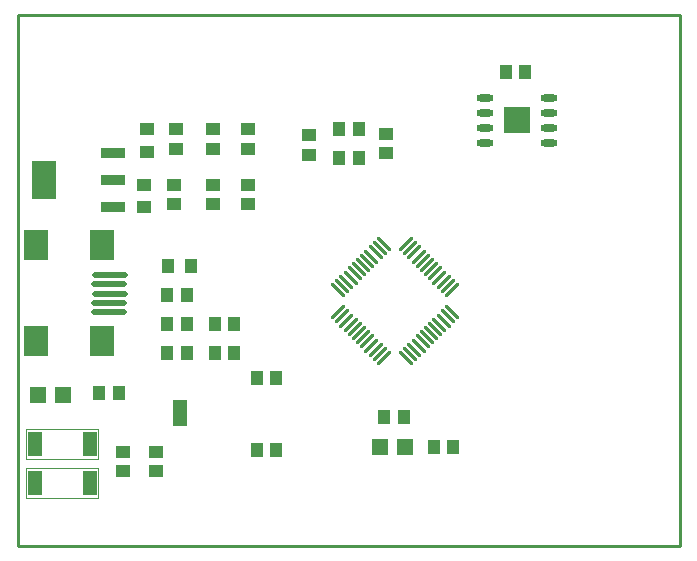
<source format=gtp>
G04*
G04 #@! TF.GenerationSoftware,Altium Limited,Altium Designer,20.0.2 (26)*
G04*
G04 Layer_Color=8421504*
%FSLAX24Y24*%
%MOIN*%
G70*
G01*
G75*
%ADD12C,0.0100*%
%ADD16C,0.0010*%
%ADD17R,0.0394X0.0500*%
%ADD18R,0.0520X0.0560*%
G04:AMPARAMS|DCode=19|XSize=11.8mil|YSize=68.9mil|CornerRadius=0mil|HoleSize=0mil|Usage=FLASHONLY|Rotation=45.000|XOffset=0mil|YOffset=0mil|HoleType=Round|Shape=Round|*
%AMOVALD19*
21,1,0.0571,0.0118,0.0000,0.0000,135.0*
1,1,0.0118,0.0202,-0.0202*
1,1,0.0118,-0.0202,0.0202*
%
%ADD19OVALD19*%

G04:AMPARAMS|DCode=20|XSize=11.8mil|YSize=68.9mil|CornerRadius=0mil|HoleSize=0mil|Usage=FLASHONLY|Rotation=135.000|XOffset=0mil|YOffset=0mil|HoleType=Round|Shape=Round|*
%AMOVALD20*
21,1,0.0571,0.0118,0.0000,0.0000,225.0*
1,1,0.0118,0.0202,0.0202*
1,1,0.0118,-0.0202,-0.0202*
%
%ADD20OVALD20*%

%ADD21R,0.0500X0.0394*%
%ADD22R,0.0512X0.0787*%
%ADD23R,0.0472X0.0866*%
%ADD24R,0.0449X0.0500*%
%ADD25O,0.1181X0.0197*%
%ADD26R,0.0827X0.1024*%
%ADD27O,0.1181X0.0197*%
%ADD28R,0.0902X0.0902*%
%ADD29O,0.0571X0.0236*%
%ADD30R,0.0500X0.0449*%
%ADD31R,0.0827X0.1299*%
%ADD32R,0.0827X0.0354*%
D12*
X22047Y0D02*
Y17717D01*
X-0D02*
X22047D01*
X-0D02*
X0Y0D01*
X22047D01*
D16*
X2674Y1588D02*
Y2612D01*
X272D02*
X2674D01*
X272Y1588D02*
Y2612D01*
Y1588D02*
X2674D01*
X2674Y2888D02*
Y3912D01*
X272D02*
X2674D01*
X272Y2888D02*
Y3912D01*
Y2888D02*
X2674D01*
D17*
X2700Y5100D02*
D03*
X3350D02*
D03*
X14500Y3300D02*
D03*
X13850D02*
D03*
X12850Y4300D02*
D03*
X12200D02*
D03*
X7950Y5600D02*
D03*
X8600D02*
D03*
X7950Y3200D02*
D03*
X8600D02*
D03*
X6550Y7415D02*
D03*
X7200D02*
D03*
X6550Y6450D02*
D03*
X7200D02*
D03*
X4967Y8380D02*
D03*
X5617D02*
D03*
X4967Y6450D02*
D03*
X5617D02*
D03*
X4967Y7415D02*
D03*
X5617D02*
D03*
X16900Y15800D02*
D03*
X16250D02*
D03*
X10700Y12950D02*
D03*
X11350D02*
D03*
X10700Y13900D02*
D03*
X11350D02*
D03*
D18*
X1490Y5050D02*
D03*
X650D02*
D03*
X12060Y3300D02*
D03*
X12900D02*
D03*
D19*
X10942Y8815D02*
D03*
X11081Y8954D02*
D03*
X11777Y9650D02*
D03*
X12195Y10068D02*
D03*
X11360Y9232D02*
D03*
X11499Y9372D02*
D03*
X12932Y6268D02*
D03*
X13072Y6407D02*
D03*
X13211Y6546D02*
D03*
X13350Y6685D02*
D03*
X13489Y6824D02*
D03*
X13628Y6964D02*
D03*
X13768Y7103D02*
D03*
X13907Y7242D02*
D03*
X14046Y7381D02*
D03*
X14185Y7520D02*
D03*
X14324Y7660D02*
D03*
X14464Y7799D02*
D03*
X12055Y9928D02*
D03*
X11916Y9789D02*
D03*
X11638Y9511D02*
D03*
X11220Y9093D02*
D03*
X10803Y8676D02*
D03*
X10664Y8536D02*
D03*
D20*
X12195Y6268D02*
D03*
X13489Y9511D02*
D03*
X13350Y9650D02*
D03*
X12055Y6407D02*
D03*
X14464Y8536D02*
D03*
X14324Y8676D02*
D03*
X14185Y8815D02*
D03*
X14046Y8954D02*
D03*
X13907Y9093D02*
D03*
X10664Y7799D02*
D03*
X10803Y7660D02*
D03*
X10942Y7520D02*
D03*
X11081Y7381D02*
D03*
X11220Y7242D02*
D03*
X11360Y7103D02*
D03*
X11499Y6964D02*
D03*
X11638Y6824D02*
D03*
X11777Y6685D02*
D03*
X11916Y6546D02*
D03*
X13768Y9232D02*
D03*
X13628Y9372D02*
D03*
X13211Y9789D02*
D03*
X13072Y9928D02*
D03*
X12932Y10068D02*
D03*
D21*
X4600Y2500D02*
D03*
Y3150D02*
D03*
X3500Y2500D02*
D03*
Y3150D02*
D03*
X9700Y13700D02*
D03*
Y13050D02*
D03*
X12250Y13750D02*
D03*
Y13100D02*
D03*
X5200Y12050D02*
D03*
Y11400D02*
D03*
X6500D02*
D03*
Y12050D02*
D03*
X7675Y11400D02*
D03*
Y12050D02*
D03*
X5250Y13250D02*
D03*
Y13900D02*
D03*
X7675D02*
D03*
Y13250D02*
D03*
X6500Y13900D02*
D03*
Y13250D02*
D03*
D22*
X550Y2100D02*
D03*
X2400D02*
D03*
X550Y3400D02*
D03*
X2400D02*
D03*
D23*
X5400Y4445D02*
D03*
D24*
X5750Y9350D02*
D03*
X5002D02*
D03*
D25*
X3045Y8721D02*
D03*
Y7811D02*
D03*
X3049Y8416D02*
D03*
Y9026D02*
D03*
D26*
X599Y10026D02*
D03*
X2799Y6826D02*
D03*
X599D02*
D03*
X2799Y10026D02*
D03*
D27*
X3045Y8111D02*
D03*
D28*
X16623Y14200D02*
D03*
D29*
X17696Y13450D02*
D03*
Y13950D02*
D03*
Y14450D02*
D03*
Y14950D02*
D03*
X15550Y13450D02*
D03*
Y13950D02*
D03*
Y14450D02*
D03*
Y14950D02*
D03*
D30*
X4200Y11302D02*
D03*
Y12050D02*
D03*
X4300Y13898D02*
D03*
Y13150D02*
D03*
D31*
X853Y12200D02*
D03*
D32*
X3176Y13106D02*
D03*
Y12200D02*
D03*
Y11294D02*
D03*
M02*

</source>
